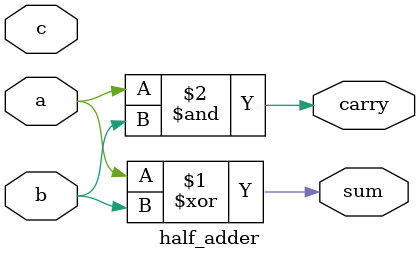
<source format=v>
module half_adder (
input wire a,
input wire b,
input wire c,
output wire sum,
output wire carry );

assign sum = a^b;
assign carry = a&b;
endmodule
</source>
